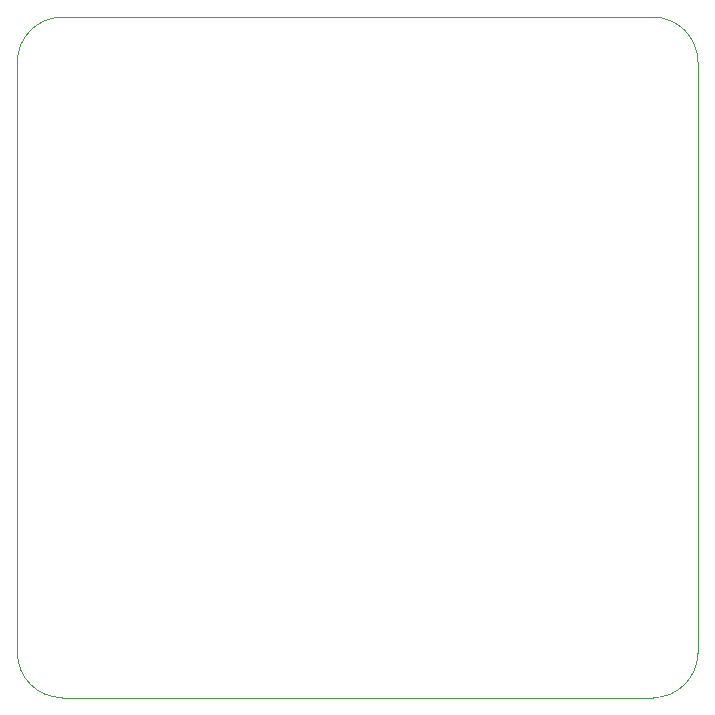
<source format=gbr>
G04 #@! TF.GenerationSoftware,KiCad,Pcbnew,(5.1.0)-1*
G04 #@! TF.CreationDate,2019-11-07T12:18:48+11:00*
G04 #@! TF.ProjectId,APPS,41505053-2e6b-4696-9361-645f70636258,rev?*
G04 #@! TF.SameCoordinates,Original*
G04 #@! TF.FileFunction,Profile,NP*
%FSLAX46Y46*%
G04 Gerber Fmt 4.6, Leading zero omitted, Abs format (unit mm)*
G04 Created by KiCad (PCBNEW (5.1.0)-1) date 2019-11-07 12:18:48*
%MOMM*%
%LPD*%
G04 APERTURE LIST*
%ADD10C,0.050000*%
G04 APERTURE END LIST*
D10*
X159613600Y-111722000D02*
X159613600Y-61722000D01*
X105803600Y-115532000D02*
X155803600Y-115532000D01*
X101993600Y-61722000D02*
X101993600Y-111722000D01*
X155803600Y-57912000D02*
X105803600Y-57912000D01*
X101993600Y-61722000D02*
G75*
G02X105803600Y-57912000I3810000J0D01*
G01*
X105803600Y-115532000D02*
G75*
G02X101993600Y-111722000I0J3810000D01*
G01*
X159613600Y-111722000D02*
G75*
G02X155803600Y-115532000I-3810000J0D01*
G01*
X155803600Y-57912000D02*
G75*
G02X159613600Y-61722000I0J-3810000D01*
G01*
M02*

</source>
